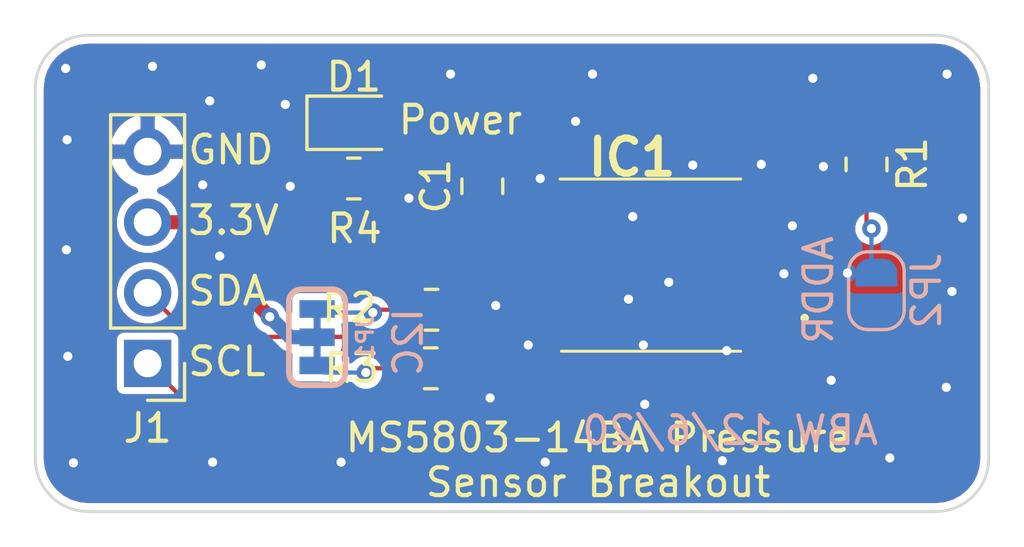
<source format=kicad_pcb>
(kicad_pcb (version 20171130) (host pcbnew "(5.1.8)-1")

  (general
    (thickness 1.6)
    (drawings 17)
    (tracks 90)
    (zones 0)
    (modules 10)
    (nets 11)
  )

  (page A4)
  (layers
    (0 F.Cu signal)
    (31 B.Cu signal)
    (32 B.Adhes user)
    (33 F.Adhes user)
    (34 B.Paste user)
    (35 F.Paste user)
    (36 B.SilkS user)
    (37 F.SilkS user)
    (38 B.Mask user)
    (39 F.Mask user)
    (40 Dwgs.User user)
    (41 Cmts.User user)
    (42 Eco1.User user)
    (43 Eco2.User user)
    (44 Edge.Cuts user)
    (45 Margin user)
    (46 B.CrtYd user)
    (47 F.CrtYd user)
    (48 B.Fab user hide)
    (49 F.Fab user hide)
  )

  (setup
    (last_trace_width 0.508)
    (user_trace_width 0.1524)
    (user_trace_width 0.1778)
    (user_trace_width 0.254)
    (user_trace_width 0.3048)
    (user_trace_width 0.381)
    (user_trace_width 0.508)
    (user_trace_width 0.635)
    (user_trace_width 0.889)
    (user_trace_width 1.016)
    (user_trace_width 1.27)
    (user_trace_width 1.905)
    (user_trace_width 2.54)
    (trace_clearance 0.2)
    (zone_clearance 0.254)
    (zone_45_only no)
    (trace_min 0.1)
    (via_size 0.8)
    (via_drill 0.4)
    (via_min_size 0.4)
    (via_min_drill 0.3)
    (user_via 0.6096 0.3048)
    (user_via 0.6604 0.3302)
    (user_via 0.889 0.381)
    (user_via 1.397 0.635)
    (uvia_size 0.3)
    (uvia_drill 0.1)
    (uvias_allowed no)
    (uvia_min_size 0.2)
    (uvia_min_drill 0.1)
    (edge_width 0.05)
    (segment_width 0.2)
    (pcb_text_width 0.3)
    (pcb_text_size 1.5 1.5)
    (mod_edge_width 0.12)
    (mod_text_size 1 1)
    (mod_text_width 0.15)
    (pad_size 1.524 1.524)
    (pad_drill 0.762)
    (pad_to_mask_clearance 0.051)
    (solder_mask_min_width 0.25)
    (aux_axis_origin 0 0)
    (visible_elements FFFFFF7F)
    (pcbplotparams
      (layerselection 0x010fc_ffffffff)
      (usegerberextensions false)
      (usegerberattributes true)
      (usegerberadvancedattributes true)
      (creategerberjobfile true)
      (excludeedgelayer true)
      (linewidth 0.100000)
      (plotframeref false)
      (viasonmask false)
      (mode 1)
      (useauxorigin false)
      (hpglpennumber 1)
      (hpglpenspeed 20)
      (hpglpendiameter 15.000000)
      (psnegative false)
      (psa4output false)
      (plotreference true)
      (plotvalue true)
      (plotinvisibletext false)
      (padsonsilk false)
      (subtractmaskfromsilk false)
      (outputformat 1)
      (mirror false)
      (drillshape 1)
      (scaleselection 1)
      (outputdirectory ""))
  )

  (net 0 "")
  (net 1 GND)
  (net 2 +3V3)
  (net 3 "Net-(IC1-Pad8)")
  (net 4 /SDA)
  (net 5 "Net-(IC1-Pad4)")
  (net 6 "Net-(IC1-Pad3)")
  (net 7 /SCL)
  (net 8 "Net-(JP1-Pad3)")
  (net 9 "Net-(JP1-Pad1)")
  (net 10 "Net-(D1-Pad2)")

  (net_class Default "This is the default net class."
    (clearance 0.2)
    (trace_width 0.25)
    (via_dia 0.8)
    (via_drill 0.4)
    (uvia_dia 0.3)
    (uvia_drill 0.1)
    (add_net +3V3)
    (add_net /SCL)
    (add_net /SDA)
    (add_net GND)
    (add_net "Net-(D1-Pad2)")
    (add_net "Net-(IC1-Pad3)")
    (add_net "Net-(IC1-Pad4)")
    (add_net "Net-(IC1-Pad8)")
    (add_net "Net-(JP1-Pad1)")
    (add_net "Net-(JP1-Pad3)")
  )

  (module Resistor_SMD:R_0805_2012Metric (layer F.Cu) (tedit 5F68FEEE) (tstamp 5FCCFCF3)
    (at 109.2454 79.4512)
    (descr "Resistor SMD 0805 (2012 Metric), square (rectangular) end terminal, IPC_7351 nominal, (Body size source: IPC-SM-782 page 72, https://www.pcb-3d.com/wordpress/wp-content/uploads/ipc-sm-782a_amendment_1_and_2.pdf), generated with kicad-footprint-generator")
    (tags resistor)
    (path /5FCE9ED4)
    (attr smd)
    (fp_text reference R4 (at 0.0254 1.8034) (layer F.SilkS)
      (effects (font (size 1 1) (thickness 0.15)))
    )
    (fp_text value 330 (at 0 1.65) (layer F.Fab)
      (effects (font (size 1 1) (thickness 0.15)))
    )
    (fp_text user %R (at 0 0) (layer F.Fab)
      (effects (font (size 0.5 0.5) (thickness 0.08)))
    )
    (fp_line (start -1 0.625) (end -1 -0.625) (layer F.Fab) (width 0.1))
    (fp_line (start -1 -0.625) (end 1 -0.625) (layer F.Fab) (width 0.1))
    (fp_line (start 1 -0.625) (end 1 0.625) (layer F.Fab) (width 0.1))
    (fp_line (start 1 0.625) (end -1 0.625) (layer F.Fab) (width 0.1))
    (fp_line (start -0.227064 -0.735) (end 0.227064 -0.735) (layer F.SilkS) (width 0.12))
    (fp_line (start -0.227064 0.735) (end 0.227064 0.735) (layer F.SilkS) (width 0.12))
    (fp_line (start -1.68 0.95) (end -1.68 -0.95) (layer F.CrtYd) (width 0.05))
    (fp_line (start -1.68 -0.95) (end 1.68 -0.95) (layer F.CrtYd) (width 0.05))
    (fp_line (start 1.68 -0.95) (end 1.68 0.95) (layer F.CrtYd) (width 0.05))
    (fp_line (start 1.68 0.95) (end -1.68 0.95) (layer F.CrtYd) (width 0.05))
    (pad 2 smd roundrect (at 0.9125 0) (size 1.025 1.4) (layers F.Cu F.Paste F.Mask) (roundrect_rratio 0.243902)
      (net 10 "Net-(D1-Pad2)"))
    (pad 1 smd roundrect (at -0.9125 0) (size 1.025 1.4) (layers F.Cu F.Paste F.Mask) (roundrect_rratio 0.243902)
      (net 2 +3V3))
    (model ${KISYS3DMOD}/Resistor_SMD.3dshapes/R_0805_2012Metric.wrl
      (at (xyz 0 0 0))
      (scale (xyz 1 1 1))
      (rotate (xyz 0 0 0))
    )
  )

  (module LED_SMD:LED_0805_2012Metric (layer F.Cu) (tedit 5F68FEF1) (tstamp 5FCCFBCC)
    (at 109.2454 77.4446)
    (descr "LED SMD 0805 (2012 Metric), square (rectangular) end terminal, IPC_7351 nominal, (Body size source: https://docs.google.com/spreadsheets/d/1BsfQQcO9C6DZCsRaXUlFlo91Tg2WpOkGARC1WS5S8t0/edit?usp=sharing), generated with kicad-footprint-generator")
    (tags LED)
    (path /5FCE977D)
    (attr smd)
    (fp_text reference D1 (at 0 -1.65) (layer F.SilkS)
      (effects (font (size 1 1) (thickness 0.15)))
    )
    (fp_text value POWER (at 0 1.65) (layer F.Fab)
      (effects (font (size 1 1) (thickness 0.15)))
    )
    (fp_text user %R (at 0 0) (layer F.Fab)
      (effects (font (size 0.5 0.5) (thickness 0.08)))
    )
    (fp_line (start 1 -0.6) (end -0.7 -0.6) (layer F.Fab) (width 0.1))
    (fp_line (start -0.7 -0.6) (end -1 -0.3) (layer F.Fab) (width 0.1))
    (fp_line (start -1 -0.3) (end -1 0.6) (layer F.Fab) (width 0.1))
    (fp_line (start -1 0.6) (end 1 0.6) (layer F.Fab) (width 0.1))
    (fp_line (start 1 0.6) (end 1 -0.6) (layer F.Fab) (width 0.1))
    (fp_line (start 1 -0.96) (end -1.685 -0.96) (layer F.SilkS) (width 0.12))
    (fp_line (start -1.685 -0.96) (end -1.685 0.96) (layer F.SilkS) (width 0.12))
    (fp_line (start -1.685 0.96) (end 1 0.96) (layer F.SilkS) (width 0.12))
    (fp_line (start -1.68 0.95) (end -1.68 -0.95) (layer F.CrtYd) (width 0.05))
    (fp_line (start -1.68 -0.95) (end 1.68 -0.95) (layer F.CrtYd) (width 0.05))
    (fp_line (start 1.68 -0.95) (end 1.68 0.95) (layer F.CrtYd) (width 0.05))
    (fp_line (start 1.68 0.95) (end -1.68 0.95) (layer F.CrtYd) (width 0.05))
    (pad 2 smd roundrect (at 0.9375 0) (size 0.975 1.4) (layers F.Cu F.Paste F.Mask) (roundrect_rratio 0.25)
      (net 10 "Net-(D1-Pad2)"))
    (pad 1 smd roundrect (at -0.9375 0) (size 0.975 1.4) (layers F.Cu F.Paste F.Mask) (roundrect_rratio 0.25)
      (net 1 GND))
    (model ${KISYS3DMOD}/LED_SMD.3dshapes/LED_0805_2012Metric.wrl
      (at (xyz 0 0 0))
      (scale (xyz 1 1 1))
      (rotate (xyz 0 0 0))
    )
  )

  (module Connector_PinHeader_2.54mm:PinHeader_1x04_P2.54mm_Vertical (layer F.Cu) (tedit 59FED5CC) (tstamp 5FCCF258)
    (at 101.8286 86.106 180)
    (descr "Through hole straight pin header, 1x04, 2.54mm pitch, single row")
    (tags "Through hole pin header THT 1x04 2.54mm single row")
    (path /5FCE01B8)
    (fp_text reference J1 (at 0 -2.33) (layer F.SilkS)
      (effects (font (size 1 1) (thickness 0.15)))
    )
    (fp_text value Conn_01x04 (at 0 9.95) (layer F.Fab)
      (effects (font (size 1 1) (thickness 0.15)))
    )
    (fp_text user %R (at 0 3.81 90) (layer F.Fab)
      (effects (font (size 1 1) (thickness 0.15)))
    )
    (fp_line (start -0.635 -1.27) (end 1.27 -1.27) (layer F.Fab) (width 0.1))
    (fp_line (start 1.27 -1.27) (end 1.27 8.89) (layer F.Fab) (width 0.1))
    (fp_line (start 1.27 8.89) (end -1.27 8.89) (layer F.Fab) (width 0.1))
    (fp_line (start -1.27 8.89) (end -1.27 -0.635) (layer F.Fab) (width 0.1))
    (fp_line (start -1.27 -0.635) (end -0.635 -1.27) (layer F.Fab) (width 0.1))
    (fp_line (start -1.33 8.95) (end 1.33 8.95) (layer F.SilkS) (width 0.12))
    (fp_line (start -1.33 1.27) (end -1.33 8.95) (layer F.SilkS) (width 0.12))
    (fp_line (start 1.33 1.27) (end 1.33 8.95) (layer F.SilkS) (width 0.12))
    (fp_line (start -1.33 1.27) (end 1.33 1.27) (layer F.SilkS) (width 0.12))
    (fp_line (start -1.33 0) (end -1.33 -1.33) (layer F.SilkS) (width 0.12))
    (fp_line (start -1.33 -1.33) (end 0 -1.33) (layer F.SilkS) (width 0.12))
    (fp_line (start -1.8 -1.8) (end -1.8 9.4) (layer F.CrtYd) (width 0.05))
    (fp_line (start -1.8 9.4) (end 1.8 9.4) (layer F.CrtYd) (width 0.05))
    (fp_line (start 1.8 9.4) (end 1.8 -1.8) (layer F.CrtYd) (width 0.05))
    (fp_line (start 1.8 -1.8) (end -1.8 -1.8) (layer F.CrtYd) (width 0.05))
    (pad 4 thru_hole oval (at 0 7.62 180) (size 1.7 1.7) (drill 1) (layers *.Cu *.Mask)
      (net 1 GND))
    (pad 3 thru_hole oval (at 0 5.08 180) (size 1.7 1.7) (drill 1) (layers *.Cu *.Mask)
      (net 2 +3V3))
    (pad 2 thru_hole oval (at 0 2.54 180) (size 1.7 1.7) (drill 1) (layers *.Cu *.Mask)
      (net 4 /SDA))
    (pad 1 thru_hole rect (at 0 0 180) (size 1.7 1.7) (drill 1) (layers *.Cu *.Mask)
      (net 7 /SCL))
    (model ${KISYS3DMOD}/Connector_PinHeader_2.54mm.3dshapes/PinHeader_1x04_P2.54mm_Vertical.wrl
      (offset (xyz 0 0 -1.5))
      (scale (xyz 1 1 1))
      (rotate (xyz 0 180 0))
    )
  )

  (module Resistor_SMD:R_0805_2012Metric (layer F.Cu) (tedit 5F68FEEE) (tstamp 5FCCEDD4)
    (at 112.014 86.2838)
    (descr "Resistor SMD 0805 (2012 Metric), square (rectangular) end terminal, IPC_7351 nominal, (Body size source: IPC-SM-782 page 72, https://www.pcb-3d.com/wordpress/wp-content/uploads/ipc-sm-782a_amendment_1_and_2.pdf), generated with kicad-footprint-generator")
    (tags resistor)
    (path /5FCD96E0)
    (attr smd)
    (fp_text reference R3 (at -2.8448 0) (layer F.SilkS)
      (effects (font (size 1 1) (thickness 0.15)))
    )
    (fp_text value 2.2k (at 0 1.65) (layer F.Fab)
      (effects (font (size 1 1) (thickness 0.15)))
    )
    (fp_text user %R (at 0 0) (layer F.Fab)
      (effects (font (size 0.5 0.5) (thickness 0.08)))
    )
    (fp_line (start -1 0.625) (end -1 -0.625) (layer F.Fab) (width 0.1))
    (fp_line (start -1 -0.625) (end 1 -0.625) (layer F.Fab) (width 0.1))
    (fp_line (start 1 -0.625) (end 1 0.625) (layer F.Fab) (width 0.1))
    (fp_line (start 1 0.625) (end -1 0.625) (layer F.Fab) (width 0.1))
    (fp_line (start -0.227064 -0.735) (end 0.227064 -0.735) (layer F.SilkS) (width 0.12))
    (fp_line (start -0.227064 0.735) (end 0.227064 0.735) (layer F.SilkS) (width 0.12))
    (fp_line (start -1.68 0.95) (end -1.68 -0.95) (layer F.CrtYd) (width 0.05))
    (fp_line (start -1.68 -0.95) (end 1.68 -0.95) (layer F.CrtYd) (width 0.05))
    (fp_line (start 1.68 -0.95) (end 1.68 0.95) (layer F.CrtYd) (width 0.05))
    (fp_line (start 1.68 0.95) (end -1.68 0.95) (layer F.CrtYd) (width 0.05))
    (pad 2 smd roundrect (at 0.9125 0) (size 1.025 1.4) (layers F.Cu F.Paste F.Mask) (roundrect_rratio 0.243902)
      (net 7 /SCL))
    (pad 1 smd roundrect (at -0.9125 0) (size 1.025 1.4) (layers F.Cu F.Paste F.Mask) (roundrect_rratio 0.243902)
      (net 9 "Net-(JP1-Pad1)"))
    (model ${KISYS3DMOD}/Resistor_SMD.3dshapes/R_0805_2012Metric.wrl
      (at (xyz 0 0 0))
      (scale (xyz 1 1 1))
      (rotate (xyz 0 0 0))
    )
  )

  (module Resistor_SMD:R_0805_2012Metric (layer F.Cu) (tedit 5F68FEEE) (tstamp 5FCCEDC3)
    (at 112.0394 84.1756)
    (descr "Resistor SMD 0805 (2012 Metric), square (rectangular) end terminal, IPC_7351 nominal, (Body size source: IPC-SM-782 page 72, https://www.pcb-3d.com/wordpress/wp-content/uploads/ipc-sm-782a_amendment_1_and_2.pdf), generated with kicad-footprint-generator")
    (tags resistor)
    (path /5FCD0373)
    (attr smd)
    (fp_text reference R2 (at -2.9464 -0.0675) (layer F.SilkS)
      (effects (font (size 1 1) (thickness 0.15)))
    )
    (fp_text value 2.2k (at 0 1.65) (layer F.Fab)
      (effects (font (size 1 1) (thickness 0.15)))
    )
    (fp_text user %R (at 0 0) (layer F.Fab)
      (effects (font (size 0.5 0.5) (thickness 0.08)))
    )
    (fp_line (start -1 0.625) (end -1 -0.625) (layer F.Fab) (width 0.1))
    (fp_line (start -1 -0.625) (end 1 -0.625) (layer F.Fab) (width 0.1))
    (fp_line (start 1 -0.625) (end 1 0.625) (layer F.Fab) (width 0.1))
    (fp_line (start 1 0.625) (end -1 0.625) (layer F.Fab) (width 0.1))
    (fp_line (start -0.227064 -0.735) (end 0.227064 -0.735) (layer F.SilkS) (width 0.12))
    (fp_line (start -0.227064 0.735) (end 0.227064 0.735) (layer F.SilkS) (width 0.12))
    (fp_line (start -1.68 0.95) (end -1.68 -0.95) (layer F.CrtYd) (width 0.05))
    (fp_line (start -1.68 -0.95) (end 1.68 -0.95) (layer F.CrtYd) (width 0.05))
    (fp_line (start 1.68 -0.95) (end 1.68 0.95) (layer F.CrtYd) (width 0.05))
    (fp_line (start 1.68 0.95) (end -1.68 0.95) (layer F.CrtYd) (width 0.05))
    (pad 2 smd roundrect (at 0.9125 0) (size 1.025 1.4) (layers F.Cu F.Paste F.Mask) (roundrect_rratio 0.243902)
      (net 4 /SDA))
    (pad 1 smd roundrect (at -0.9125 0) (size 1.025 1.4) (layers F.Cu F.Paste F.Mask) (roundrect_rratio 0.243902)
      (net 8 "Net-(JP1-Pad3)"))
    (model ${KISYS3DMOD}/Resistor_SMD.3dshapes/R_0805_2012Metric.wrl
      (at (xyz 0 0 0))
      (scale (xyz 1 1 1))
      (rotate (xyz 0 0 0))
    )
  )

  (module Resistor_SMD:R_0805_2012Metric (layer F.Cu) (tedit 5F68FEEE) (tstamp 5FCCEDB2)
    (at 127.6858 78.9432 270)
    (descr "Resistor SMD 0805 (2012 Metric), square (rectangular) end terminal, IPC_7351 nominal, (Body size source: IPC-SM-782 page 72, https://www.pcb-3d.com/wordpress/wp-content/uploads/ipc-sm-782a_amendment_1_and_2.pdf), generated with kicad-footprint-generator")
    (tags resistor)
    (path /5FCD4353)
    (attr smd)
    (fp_text reference R1 (at 0 -1.65 90) (layer F.SilkS)
      (effects (font (size 1 1) (thickness 0.15)))
    )
    (fp_text value 100k (at 0 1.65 90) (layer F.Fab)
      (effects (font (size 1 1) (thickness 0.15)))
    )
    (fp_text user %R (at 0 0 90) (layer F.Fab)
      (effects (font (size 0.5 0.5) (thickness 0.08)))
    )
    (fp_line (start -1 0.625) (end -1 -0.625) (layer F.Fab) (width 0.1))
    (fp_line (start -1 -0.625) (end 1 -0.625) (layer F.Fab) (width 0.1))
    (fp_line (start 1 -0.625) (end 1 0.625) (layer F.Fab) (width 0.1))
    (fp_line (start 1 0.625) (end -1 0.625) (layer F.Fab) (width 0.1))
    (fp_line (start -0.227064 -0.735) (end 0.227064 -0.735) (layer F.SilkS) (width 0.12))
    (fp_line (start -0.227064 0.735) (end 0.227064 0.735) (layer F.SilkS) (width 0.12))
    (fp_line (start -1.68 0.95) (end -1.68 -0.95) (layer F.CrtYd) (width 0.05))
    (fp_line (start -1.68 -0.95) (end 1.68 -0.95) (layer F.CrtYd) (width 0.05))
    (fp_line (start 1.68 -0.95) (end 1.68 0.95) (layer F.CrtYd) (width 0.05))
    (fp_line (start 1.68 0.95) (end -1.68 0.95) (layer F.CrtYd) (width 0.05))
    (pad 2 smd roundrect (at 0.9125 0 270) (size 1.025 1.4) (layers F.Cu F.Paste F.Mask) (roundrect_rratio 0.243902)
      (net 6 "Net-(IC1-Pad3)"))
    (pad 1 smd roundrect (at -0.9125 0 270) (size 1.025 1.4) (layers F.Cu F.Paste F.Mask) (roundrect_rratio 0.243902)
      (net 2 +3V3))
    (model ${KISYS3DMOD}/Resistor_SMD.3dshapes/R_0805_2012Metric.wrl
      (at (xyz 0 0 0))
      (scale (xyz 1 1 1))
      (rotate (xyz 0 0 0))
    )
  )

  (module Jumper:SolderJumper-2_P1.3mm_Open_RoundedPad1.0x1.5mm (layer B.Cu) (tedit 5B391E66) (tstamp 5FCCEDA1)
    (at 128.0414 83.4898 90)
    (descr "SMD Solder Jumper, 1x1.5mm, rounded Pads, 0.3mm gap, open")
    (tags "solder jumper open")
    (path /5FCD1D5F)
    (attr virtual)
    (fp_text reference JP2 (at 0 1.8 90) (layer B.SilkS)
      (effects (font (size 1 1) (thickness 0.15)) (justify mirror))
    )
    (fp_text value ADDR (at 0 -1.9 90) (layer B.Fab)
      (effects (font (size 1 1) (thickness 0.15)) (justify mirror))
    )
    (fp_arc (start -0.7 0.3) (end -0.7 1) (angle 90) (layer B.SilkS) (width 0.12))
    (fp_arc (start -0.7 -0.3) (end -1.4 -0.3) (angle 90) (layer B.SilkS) (width 0.12))
    (fp_arc (start 0.7 -0.3) (end 0.7 -1) (angle 90) (layer B.SilkS) (width 0.12))
    (fp_arc (start 0.7 0.3) (end 1.4 0.3) (angle 90) (layer B.SilkS) (width 0.12))
    (fp_line (start -1.4 -0.3) (end -1.4 0.3) (layer B.SilkS) (width 0.12))
    (fp_line (start 0.7 -1) (end -0.7 -1) (layer B.SilkS) (width 0.12))
    (fp_line (start 1.4 0.3) (end 1.4 -0.3) (layer B.SilkS) (width 0.12))
    (fp_line (start -0.7 1) (end 0.7 1) (layer B.SilkS) (width 0.12))
    (fp_line (start -1.65 1.25) (end 1.65 1.25) (layer B.CrtYd) (width 0.05))
    (fp_line (start -1.65 1.25) (end -1.65 -1.25) (layer B.CrtYd) (width 0.05))
    (fp_line (start 1.65 -1.25) (end 1.65 1.25) (layer B.CrtYd) (width 0.05))
    (fp_line (start 1.65 -1.25) (end -1.65 -1.25) (layer B.CrtYd) (width 0.05))
    (pad 2 smd custom (at 0.65 0 90) (size 1 0.5) (layers B.Cu B.Mask)
      (net 6 "Net-(IC1-Pad3)") (zone_connect 2)
      (options (clearance outline) (anchor rect))
      (primitives
        (gr_circle (center 0 -0.25) (end 0.5 -0.25) (width 0))
        (gr_circle (center 0 0.25) (end 0.5 0.25) (width 0))
        (gr_poly (pts
           (xy 0 0.75) (xy -0.5 0.75) (xy -0.5 -0.75) (xy 0 -0.75)) (width 0))
      ))
    (pad 1 smd custom (at -0.65 0 90) (size 1 0.5) (layers B.Cu B.Mask)
      (net 1 GND) (zone_connect 2)
      (options (clearance outline) (anchor rect))
      (primitives
        (gr_circle (center 0 -0.25) (end 0.5 -0.25) (width 0))
        (gr_circle (center 0 0.25) (end 0.5 0.25) (width 0))
        (gr_poly (pts
           (xy 0 0.75) (xy 0.5 0.75) (xy 0.5 -0.75) (xy 0 -0.75)) (width 0))
      ))
  )

  (module Jumper:SMT-JUMPER_3_2-NC_TRACE_SILK (layer B.Cu) (tedit 0) (tstamp 5FCCED8F)
    (at 107.9246 85.1662 90)
    (path /5FCD0CE9)
    (fp_text reference JP1 (at -0.0244 2.0682 270) (layer B.SilkS)
      (effects (font (size 0.57912 0.57912) (thickness 0.115824)) (justify bottom mirror))
    )
    (fp_text value "I2C Jumper" (at 0 -1.143 270) (layer B.Fab)
      (effects (font (size 0.57912 0.57912) (thickness 0.115824)) (justify top mirror))
    )
    (fp_arc (start 1.27 -0.5588) (end 1.27 -1.016) (angle 90) (layer B.SilkS) (width 0.2032))
    (fp_arc (start -1.27 -0.5588) (end -1.7272 -0.5588) (angle 90) (layer B.SilkS) (width 0.2032))
    (fp_arc (start -1.27 0.5588) (end -1.7272 0.5588) (angle -90) (layer B.SilkS) (width 0.2032))
    (fp_arc (start 1.27 0.5588) (end 1.27 1.016) (angle -90) (layer B.SilkS) (width 0.2032))
    (fp_line (start 1.27 -1.016) (end -1.27 -1.016) (layer B.SilkS) (width 0.2032))
    (fp_line (start 1.7272 -0.5588) (end 1.7272 0.5588) (layer B.SilkS) (width 0.2032))
    (fp_line (start -1.7272 -0.5588) (end -1.7272 0.5588) (layer B.SilkS) (width 0.2032))
    (fp_line (start -1.27 1.016) (end 1.27 1.016) (layer B.SilkS) (width 0.2032))
    (fp_poly (pts (xy -0.6985 0.127) (xy 0.6985 0.127) (xy 0.6985 -0.127) (xy -0.6985 -0.127)) (layer B.Mask) (width 0))
    (fp_poly (pts (xy 0.3048 -0.127) (xy 0.7112 -0.127) (xy 0.7112 0.127) (xy 0.3048 0.127)) (layer B.Cu) (width 0))
    (fp_poly (pts (xy -0.7112 -0.127) (xy -0.3048 -0.127) (xy -0.3048 0.127) (xy -0.7112 0.127)) (layer B.Cu) (width 0))
    (pad 3 smd rect (at 1.016 0 90) (size 0.635 1.27) (layers B.Cu B.Mask)
      (net 8 "Net-(JP1-Pad3)") (solder_mask_margin 0.1016))
    (pad 2 smd rect (at 0 0 90) (size 0.635 1.27) (layers B.Cu B.Mask)
      (net 2 +3V3) (solder_mask_margin 0.1016))
    (pad 1 smd rect (at -1.016 0 90) (size 0.635 1.27) (layers B.Cu B.Mask)
      (net 9 "Net-(JP1-Pad1)") (solder_mask_margin 0.1016))
  )

  (module SamacSys_Parts:MS580314BA0100 (layer F.Cu) (tedit 0) (tstamp 5FCCED7D)
    (at 119.911 82.5708)
    (descr MS580314BA01-00-3)
    (tags "Integrated Circuit")
    (path /5FCCEB25)
    (attr smd)
    (fp_text reference IC1 (at -0.658 -3.8816) (layer F.SilkS)
      (effects (font (size 1.27 1.27) (thickness 0.254)))
    )
    (fp_text value MS580314BA01-00 (at 0.9 0) (layer F.SilkS) hide
      (effects (font (size 1.27 1.27) (thickness 0.254)))
    )
    (fp_arc (start 5.55 1.9) (end 5.5 1.9) (angle -180) (layer F.SilkS) (width 0.2))
    (fp_arc (start 5.55 1.9) (end 5.6 1.9) (angle -180) (layer F.SilkS) (width 0.2))
    (fp_arc (start 5.55 1.9) (end 5.5 1.9) (angle -180) (layer F.SilkS) (width 0.2))
    (fp_text user %R (at 0.9 0) (layer F.Fab)
      (effects (font (size 1.27 1.27) (thickness 0.254)))
    )
    (fp_line (start -3.2 -3.1) (end 3.2 -3.1) (layer F.Fab) (width 0.2))
    (fp_line (start 3.2 -3.1) (end 3.2 3.1) (layer F.Fab) (width 0.2))
    (fp_line (start 3.2 3.1) (end -3.2 3.1) (layer F.Fab) (width 0.2))
    (fp_line (start -3.2 3.1) (end -3.2 -3.1) (layer F.Fab) (width 0.2))
    (fp_line (start -3.25 -3.1) (end 3.25 -3.1) (layer F.SilkS) (width 0.1))
    (fp_line (start 3.25 -3.1) (end 3.25 -3.1) (layer F.SilkS) (width 0.1))
    (fp_line (start 3.25 -3.1) (end -3.25 -3.1) (layer F.SilkS) (width 0.1))
    (fp_line (start -3.25 -3.1) (end -3.25 -3.1) (layer F.SilkS) (width 0.1))
    (fp_line (start -3.2 3.1) (end 3.25 3.1) (layer F.SilkS) (width 0.1))
    (fp_line (start 3.25 3.1) (end 3.25 3.1) (layer F.SilkS) (width 0.1))
    (fp_line (start 3.25 3.1) (end -3.2 3.1) (layer F.SilkS) (width 0.1))
    (fp_line (start -3.2 3.1) (end -3.2 3.1) (layer F.SilkS) (width 0.1))
    (fp_line (start -4.8 -4.1) (end 6.6 -4.1) (layer F.CrtYd) (width 0.1))
    (fp_line (start 6.6 -4.1) (end 6.6 4.1) (layer F.CrtYd) (width 0.1))
    (fp_line (start 6.6 4.1) (end -4.8 4.1) (layer F.CrtYd) (width 0.1))
    (fp_line (start -4.8 4.1) (end -4.8 -4.1) (layer F.CrtYd) (width 0.1))
    (fp_line (start 5.5 1.9) (end 5.5 1.9) (layer F.SilkS) (width 0.2))
    (fp_line (start 5.6 1.9) (end 5.6 1.9) (layer F.SilkS) (width 0.2))
    (fp_line (start 5.5 1.9) (end 5.5 1.9) (layer F.SilkS) (width 0.2))
    (pad 8 smd rect (at -2.675 1.9 90) (size 0.9 2.25) (layers F.Cu F.Paste F.Mask)
      (net 3 "Net-(IC1-Pad8)"))
    (pad 7 smd rect (at -2.675 0.65 90) (size 0.9 2.25) (layers F.Cu F.Paste F.Mask)
      (net 4 /SDA))
    (pad 6 smd rect (at -2.675 -0.65 90) (size 0.9 2.25) (layers F.Cu F.Paste F.Mask)
      (net 2 +3V3))
    (pad 5 smd rect (at -2.675 -1.9 90) (size 0.9 2.25) (layers F.Cu F.Paste F.Mask)
      (net 2 +3V3))
    (pad 4 smd rect (at 2.675 -1.9 90) (size 0.9 2.25) (layers F.Cu F.Paste F.Mask)
      (net 5 "Net-(IC1-Pad4)"))
    (pad 3 smd rect (at 2.4 -0.65 90) (size 0.9 2.8) (layers F.Cu F.Paste F.Mask)
      (net 6 "Net-(IC1-Pad3)"))
    (pad 2 smd rect (at 2.675 0.65 90) (size 0.9 2.25) (layers F.Cu F.Paste F.Mask)
      (net 1 GND))
    (pad 1 smd rect (at 2.675 1.9 90) (size 0.9 2.25) (layers F.Cu F.Paste F.Mask)
      (net 7 /SCL))
    (model "D:\\AveryW\\Assorted Programs\\KiCad\\SamacSys_Parts.3dshapes\\MS580314BA01-00.stp"
      (offset (xyz 0 0 3))
      (scale (xyz 1 1 1))
      (rotate (xyz 0 0 0))
    )
  )

  (module Capacitor_SMD:C_0805_2012Metric (layer F.Cu) (tedit 5F68FEEE) (tstamp 5FCCED5A)
    (at 113.8682 79.7306 90)
    (descr "Capacitor SMD 0805 (2012 Metric), square (rectangular) end terminal, IPC_7351 nominal, (Body size source: IPC-SM-782 page 76, https://www.pcb-3d.com/wordpress/wp-content/uploads/ipc-sm-782a_amendment_1_and_2.pdf, https://docs.google.com/spreadsheets/d/1BsfQQcO9C6DZCsRaXUlFlo91Tg2WpOkGARC1WS5S8t0/edit?usp=sharing), generated with kicad-footprint-generator")
    (tags capacitor)
    (path /5FCCFFB8)
    (attr smd)
    (fp_text reference C1 (at 0 -1.68 90) (layer F.SilkS)
      (effects (font (size 1 1) (thickness 0.15)))
    )
    (fp_text value 0.1uF (at 0 1.68 90) (layer F.Fab)
      (effects (font (size 1 1) (thickness 0.15)))
    )
    (fp_text user %R (at 0 0 90) (layer F.Fab)
      (effects (font (size 0.5 0.5) (thickness 0.08)))
    )
    (fp_line (start -1 0.625) (end -1 -0.625) (layer F.Fab) (width 0.1))
    (fp_line (start -1 -0.625) (end 1 -0.625) (layer F.Fab) (width 0.1))
    (fp_line (start 1 -0.625) (end 1 0.625) (layer F.Fab) (width 0.1))
    (fp_line (start 1 0.625) (end -1 0.625) (layer F.Fab) (width 0.1))
    (fp_line (start -0.261252 -0.735) (end 0.261252 -0.735) (layer F.SilkS) (width 0.12))
    (fp_line (start -0.261252 0.735) (end 0.261252 0.735) (layer F.SilkS) (width 0.12))
    (fp_line (start -1.7 0.98) (end -1.7 -0.98) (layer F.CrtYd) (width 0.05))
    (fp_line (start -1.7 -0.98) (end 1.7 -0.98) (layer F.CrtYd) (width 0.05))
    (fp_line (start 1.7 -0.98) (end 1.7 0.98) (layer F.CrtYd) (width 0.05))
    (fp_line (start 1.7 0.98) (end -1.7 0.98) (layer F.CrtYd) (width 0.05))
    (pad 2 smd roundrect (at 0.95 0 90) (size 1 1.45) (layers F.Cu F.Paste F.Mask) (roundrect_rratio 0.25)
      (net 1 GND))
    (pad 1 smd roundrect (at -0.95 0 90) (size 1 1.45) (layers F.Cu F.Paste F.Mask) (roundrect_rratio 0.25)
      (net 2 +3V3))
    (model ${KISYS3DMOD}/Capacitor_SMD.3dshapes/C_0805_2012Metric.wrl
      (at (xyz 0 0 0))
      (scale (xyz 1 1 1))
      (rotate (xyz 0 0 0))
    )
  )

  (gr_text "ABW 12/6/20" (at 122.7836 88.519) (layer B.SilkS)
    (effects (font (size 1 1) (thickness 0.15)) (justify mirror))
  )
  (gr_text "MS5803-14BA Pressure\nSensor Breakout" (at 118.0338 89.5858) (layer F.SilkS)
    (effects (font (size 1 1) (thickness 0.15)))
  )
  (gr_text Power (at 113.0808 77.343) (layer F.SilkS)
    (effects (font (size 1 1) (thickness 0.15)))
  )
  (gr_text SCL (at 104.682943 86.0385) (layer F.SilkS)
    (effects (font (size 1 1) (thickness 0.15)))
  )
  (gr_text SDA (at 104.706753 83.4985) (layer F.SilkS)
    (effects (font (size 1 1) (thickness 0.15)))
  )
  (gr_text 3.3V (at 104.921038 80.9585) (layer F.SilkS)
    (effects (font (size 1 1) (thickness 0.15)))
  )
  (gr_text GND (at 104.8258 78.4185) (layer F.SilkS)
    (effects (font (size 1 1) (thickness 0.15)))
  )
  (gr_text ADDR (at 125.9586 83.4644 90) (layer B.SilkS)
    (effects (font (size 1 1) (thickness 0.15)) (justify mirror))
  )
  (gr_text I2C (at 111.2012 85.344 90) (layer B.SilkS)
    (effects (font (size 1 1) (thickness 0.15)) (justify mirror))
  )
  (gr_arc (start 99.695 89.535) (end 97.79 89.535) (angle -90) (layer Edge.Cuts) (width 0.1) (tstamp 5FCCF74E))
  (gr_arc (start 130.175 89.535) (end 130.175 91.44) (angle -90) (layer Edge.Cuts) (width 0.1) (tstamp 5FCCF74E))
  (gr_arc (start 130.175 76.2) (end 132.08 76.2) (angle -90) (layer Edge.Cuts) (width 0.1) (tstamp 5FCCF74E))
  (gr_arc (start 99.695 76.2) (end 99.695 74.295) (angle -90) (layer Edge.Cuts) (width 0.1))
  (gr_line (start 132.08 76.2) (end 132.08 89.535) (layer Edge.Cuts) (width 0.1))
  (gr_line (start 99.695 74.295) (end 130.175 74.295) (layer Edge.Cuts) (width 0.1))
  (gr_line (start 97.79 89.535) (end 97.79 76.2) (layer Edge.Cuts) (width 0.1))
  (gr_line (start 130.175 91.44) (end 99.695 91.44) (layer Edge.Cuts) (width 0.1))

  (via (at 104.4194 82.2452) (size 0.6604) (drill 0.3302) (layers F.Cu B.Cu) (net 1))
  (via (at 103.8098 79.6798) (size 0.6604) (drill 0.3302) (layers F.Cu B.Cu) (net 1))
  (via (at 106.9594 79.7306) (size 0.6604) (drill 0.3302) (layers F.Cu B.Cu) (net 1))
  (via (at 106.7816 76.7842) (size 0.6604) (drill 0.3302) (layers F.Cu B.Cu) (net 1))
  (via (at 104.0638 76.6572) (size 0.6604) (drill 0.3302) (layers F.Cu B.Cu) (net 1))
  (via (at 98.8822 75.4888) (size 0.6604) (drill 0.3302) (layers F.Cu B.Cu) (net 1))
  (via (at 98.933 78.0542) (size 0.6604) (drill 0.3302) (layers F.Cu B.Cu) (net 1))
  (via (at 98.9076 82.0166) (size 0.6604) (drill 0.3302) (layers F.Cu B.Cu) (net 1))
  (via (at 98.9584 85.852) (size 0.6604) (drill 0.3302) (layers F.Cu B.Cu) (net 1))
  (via (at 99.1616 89.6874) (size 0.6604) (drill 0.3302) (layers F.Cu B.Cu) (net 1))
  (via (at 104.1654 89.662) (size 0.6604) (drill 0.3302) (layers F.Cu B.Cu) (net 1))
  (via (at 108.7882 89.662) (size 0.6604) (drill 0.3302) (layers F.Cu B.Cu) (net 1))
  (via (at 116.1288 89.662) (size 0.6604) (drill 0.3302) (layers F.Cu B.Cu) (net 1))
  (via (at 122.5042 89.6112) (size 0.6604) (drill 0.3302) (layers F.Cu B.Cu) (net 1))
  (via (at 128.524 89.5096) (size 0.6604) (drill 0.3302) (layers F.Cu B.Cu) (net 1))
  (via (at 130.556 86.9696) (size 0.6604) (drill 0.3302) (layers F.Cu B.Cu) (net 1))
  (via (at 130.7592 83.5152) (size 0.6604) (drill 0.3302) (layers F.Cu B.Cu) (net 1))
  (via (at 131.1402 80.8736) (size 0.6604) (drill 0.3302) (layers F.Cu B.Cu) (net 1))
  (via (at 130.5814 75.692) (size 0.6604) (drill 0.3302) (layers F.Cu B.Cu) (net 1))
  (via (at 125.7554 75.8444) (size 0.6604) (drill 0.3302) (layers F.Cu B.Cu) (net 1))
  (via (at 117.8306 75.692) (size 0.6604) (drill 0.3302) (layers F.Cu B.Cu) (net 1))
  (via (at 112.7252 75.692) (size 0.6604) (drill 0.3302) (layers F.Cu B.Cu) (net 1))
  (via (at 105.918 75.3618) (size 0.6604) (drill 0.3302) (layers F.Cu B.Cu) (net 1))
  (via (at 102.0064 75.4126) (size 0.6604) (drill 0.3302) (layers F.Cu B.Cu) (net 1))
  (via (at 115.951 79.4512) (size 0.6604) (drill 0.3302) (layers F.Cu B.Cu) (net 1))
  (via (at 117.221 77.3938) (size 0.6604) (drill 0.3302) (layers F.Cu B.Cu) (net 1))
  (via (at 111.2266 80.1624) (size 0.6604) (drill 0.3302) (layers F.Cu B.Cu) (net 1))
  (via (at 114.3508 84.0232) (size 0.6604) (drill 0.3302) (layers F.Cu B.Cu) (net 1))
  (via (at 115.5192 85.4456) (size 0.6604) (drill 0.3302) (layers F.Cu B.Cu) (net 1))
  (via (at 119.6594 85.4456) (size 0.6604) (drill 0.3302) (layers F.Cu B.Cu) (net 1))
  (via (at 119.126 83.7946) (size 0.6604) (drill 0.3302) (layers F.Cu B.Cu) (net 1))
  (via (at 119.2784 80.8228) (size 0.6604) (drill 0.3302) (layers F.Cu B.Cu) (net 1))
  (via (at 121.4374 78.9686) (size 0.6604) (drill 0.3302) (layers F.Cu B.Cu) (net 1))
  (via (at 126.1364 79.0194) (size 0.6604) (drill 0.3302) (layers F.Cu B.Cu) (net 1))
  (via (at 125.0188 81.153) (size 0.6604) (drill 0.3302) (layers F.Cu B.Cu) (net 1))
  (via (at 123.9012 78.9432) (size 0.6604) (drill 0.3302) (layers F.Cu B.Cu) (net 1))
  (via (at 124.714 82.8802) (size 0.6604) (drill 0.3302) (layers F.Cu B.Cu) (net 1))
  (via (at 127 82.8548) (size 0.6604) (drill 0.3302) (layers F.Cu B.Cu) (net 1))
  (via (at 122.6566 85.6488) (size 0.6604) (drill 0.3302) (layers F.Cu B.Cu) (net 1))
  (via (at 114.1476 87.3506) (size 0.6604) (drill 0.3302) (layers F.Cu B.Cu) (net 1))
  (via (at 119.7102 87.5792) (size 0.6604) (drill 0.3302) (layers F.Cu B.Cu) (net 1))
  (via (at 126.4158 86.7156) (size 0.6604) (drill 0.3302) (layers F.Cu B.Cu) (net 1))
  (via (at 120.5738 83.185) (size 0.6604) (drill 0.3302) (layers F.Cu B.Cu) (net 1))
  (segment (start 113.5228 81.026) (end 113.8682 80.6806) (width 0.508) (layer F.Cu) (net 2))
  (segment (start 101.8286 81.026) (end 105.156 81.026) (width 0.508) (layer F.Cu) (net 2))
  (segment (start 117.2262 80.6806) (end 117.236 80.6708) (width 0.508) (layer F.Cu) (net 2))
  (segment (start 113.8682 80.6806) (end 117.2262 80.6806) (width 0.508) (layer F.Cu) (net 2))
  (segment (start 117.236 80.6708) (end 117.236 81.9208) (width 0.508) (layer F.Cu) (net 2))
  (segment (start 119.8761 78.0307) (end 127.6858 78.0307) (width 0.508) (layer F.Cu) (net 2))
  (segment (start 117.236 80.6708) (end 119.8761 78.0307) (width 0.508) (layer F.Cu) (net 2))
  (via (at 106.2228 84.4296) (size 0.6604) (drill 0.3302) (layers F.Cu B.Cu) (net 2))
  (segment (start 105.7148 83.9216) (end 106.2228 84.4296) (width 0.508) (layer F.Cu) (net 2))
  (segment (start 105.7148 81.026) (end 105.7148 83.9216) (width 0.508) (layer F.Cu) (net 2))
  (segment (start 105.156 81.026) (end 105.7148 81.026) (width 0.508) (layer F.Cu) (net 2))
  (segment (start 106.9594 85.1662) (end 107.9246 85.1662) (width 0.508) (layer B.Cu) (net 2))
  (segment (start 106.2228 84.4296) (end 106.9594 85.1662) (width 0.508) (layer B.Cu) (net 2))
  (segment (start 108.3329 80.7993) (end 108.5596 81.026) (width 0.508) (layer F.Cu) (net 2))
  (segment (start 108.3329 79.4512) (end 108.3329 80.7993) (width 0.508) (layer F.Cu) (net 2))
  (segment (start 108.5596 81.026) (end 113.5228 81.026) (width 0.508) (layer F.Cu) (net 2))
  (segment (start 105.7148 81.026) (end 108.5596 81.026) (width 0.508) (layer F.Cu) (net 2))
  (via (at 109.9312 84.2772) (size 0.6604) (drill 0.3302) (layers F.Cu B.Cu) (net 8))
  (segment (start 113.9067 83.2208) (end 117.236 83.2208) (width 0.1524) (layer F.Cu) (net 4))
  (segment (start 112.9519 84.1756) (end 113.9067 83.2208) (width 0.1524) (layer F.Cu) (net 4))
  (segment (start 111.97569 85.15181) (end 112.9519 84.1756) (width 0.1524) (layer F.Cu) (net 4))
  (segment (start 103.41441 85.15181) (end 111.97569 85.15181) (width 0.1524) (layer F.Cu) (net 4))
  (segment (start 101.8286 83.566) (end 103.41441 85.15181) (width 0.1524) (layer F.Cu) (net 4))
  (segment (start 125.6207 81.9208) (end 126.35135 81.19015) (width 0.1524) (layer F.Cu) (net 6))
  (segment (start 122.311 81.9208) (end 125.6207 81.9208) (width 0.1524) (layer F.Cu) (net 6))
  (segment (start 126.35135 81.19015) (end 127.6858 79.8557) (width 0.1524) (layer F.Cu) (net 6) (tstamp 5FCCF67E))
  (via (at 127.8636 81.2546) (size 0.6604) (drill 0.3302) (layers F.Cu B.Cu) (net 6))
  (segment (start 127.6858 81.0768) (end 127.8636 81.2546) (width 0.1524) (layer F.Cu) (net 6))
  (segment (start 127.6858 79.8557) (end 127.6858 81.0768) (width 0.1524) (layer F.Cu) (net 6))
  (segment (start 127.8636 82.662) (end 128.0414 82.8398) (width 0.1524) (layer B.Cu) (net 6))
  (segment (start 127.8636 81.2546) (end 127.8636 82.662) (width 0.1524) (layer B.Cu) (net 6))
  (segment (start 111.95029 87.26001) (end 112.9265 86.2838) (width 0.1524) (layer F.Cu) (net 7))
  (segment (start 102.98261 87.26001) (end 111.95029 87.26001) (width 0.1524) (layer F.Cu) (net 7))
  (segment (start 101.8286 86.106) (end 102.98261 87.26001) (width 0.1524) (layer F.Cu) (net 7))
  (segment (start 120.773 86.2838) (end 122.586 84.4708) (width 0.1524) (layer F.Cu) (net 7))
  (segment (start 112.9265 86.2838) (end 120.773 86.2838) (width 0.1524) (layer F.Cu) (net 7))
  (segment (start 110.0328 84.1756) (end 109.9312 84.2772) (width 0.1524) (layer F.Cu) (net 8))
  (segment (start 111.1269 84.1756) (end 110.0328 84.1756) (width 0.1524) (layer F.Cu) (net 8))
  (segment (start 108.0516 84.2772) (end 107.9246 84.1502) (width 0.1524) (layer B.Cu) (net 8))
  (segment (start 109.9312 84.2772) (end 108.0516 84.2772) (width 0.1524) (layer B.Cu) (net 8))
  (via (at 109.6772 86.4362) (size 0.6604) (drill 0.3302) (layers F.Cu B.Cu) (net 9))
  (segment (start 109.8296 86.2838) (end 109.6772 86.4362) (width 0.1524) (layer F.Cu) (net 9))
  (segment (start 111.1015 86.2838) (end 109.8296 86.2838) (width 0.1524) (layer F.Cu) (net 9))
  (segment (start 108.1786 86.4362) (end 107.9246 86.1822) (width 0.1524) (layer B.Cu) (net 9))
  (segment (start 109.6772 86.4362) (end 108.1786 86.4362) (width 0.1524) (layer B.Cu) (net 9))
  (segment (start 110.1829 79.4262) (end 110.1579 79.4512) (width 0.508) (layer F.Cu) (net 10))
  (segment (start 110.1829 77.4446) (end 110.1829 79.4262) (width 0.508) (layer F.Cu) (net 10))

  (zone (net 1) (net_name GND) (layer F.Cu) (tstamp 0) (hatch edge 0.508)
    (connect_pads (clearance 0.254))
    (min_thickness 0.254)
    (fill yes (arc_segments 32) (thermal_gap 0.508) (thermal_bridge_width 0.508))
    (polygon
      (pts
        (xy 133.35 92.71) (xy 96.52 92.71) (xy 96.52 73.025) (xy 133.35 73.025)
      )
    )
    (filled_polygon
      (pts
        (xy 130.460898 74.756099) (xy 130.735907 74.839129) (xy 130.989556 74.973996) (xy 131.212175 75.15556) (xy 131.395287 75.376905)
        (xy 131.53192 75.629602) (xy 131.616869 75.904027) (xy 131.649 76.209727) (xy 131.649001 89.513912) (xy 131.618901 89.820897)
        (xy 131.53587 90.09591) (xy 131.401004 90.349556) (xy 131.21944 90.572175) (xy 130.998096 90.755287) (xy 130.745396 90.891921)
        (xy 130.470971 90.97687) (xy 130.165273 91.009) (xy 99.716078 91.009) (xy 99.409103 90.978901) (xy 99.13409 90.89587)
        (xy 98.880444 90.761004) (xy 98.657825 90.57944) (xy 98.474713 90.358096) (xy 98.338079 90.105396) (xy 98.25313 89.830971)
        (xy 98.221 89.525273) (xy 98.221 78.84289) (xy 100.387124 78.84289) (xy 100.431775 78.990099) (xy 100.556959 79.25292)
        (xy 100.731012 79.486269) (xy 100.947245 79.681178) (xy 101.197348 79.830157) (xy 101.359768 79.887772) (xy 101.245503 79.935102)
        (xy 101.043883 80.06982) (xy 100.87242 80.241283) (xy 100.737702 80.442903) (xy 100.644907 80.666931) (xy 100.5976 80.904757)
        (xy 100.5976 81.147243) (xy 100.644907 81.385069) (xy 100.737702 81.609097) (xy 100.87242 81.810717) (xy 101.043883 81.98218)
        (xy 101.245503 82.116898) (xy 101.469531 82.209693) (xy 101.707357 82.257) (xy 101.949843 82.257) (xy 102.187669 82.209693)
        (xy 102.411697 82.116898) (xy 102.613317 81.98218) (xy 102.78478 81.810717) (xy 102.884818 81.661) (xy 105.0798 81.661)
        (xy 105.079801 83.890409) (xy 105.076729 83.9216) (xy 105.079801 83.952791) (xy 105.079801 83.952792) (xy 105.088989 84.046082)
        (xy 105.091283 84.053643) (xy 105.125298 84.165779) (xy 105.184263 84.276093) (xy 105.199772 84.294991) (xy 105.263616 84.372785)
        (xy 105.287845 84.392669) (xy 105.543674 84.648499) (xy 105.562774 84.69461) (xy 103.603788 84.69461) (xy 102.960145 84.050967)
        (xy 103.012293 83.925069) (xy 103.0596 83.687243) (xy 103.0596 83.444757) (xy 103.012293 83.206931) (xy 102.919498 82.982903)
        (xy 102.78478 82.781283) (xy 102.613317 82.60982) (xy 102.411697 82.475102) (xy 102.187669 82.382307) (xy 101.949843 82.335)
        (xy 101.707357 82.335) (xy 101.469531 82.382307) (xy 101.245503 82.475102) (xy 101.043883 82.60982) (xy 100.87242 82.781283)
        (xy 100.737702 82.982903) (xy 100.644907 83.206931) (xy 100.5976 83.444757) (xy 100.5976 83.687243) (xy 100.644907 83.925069)
        (xy 100.737702 84.149097) (xy 100.87242 84.350717) (xy 101.043883 84.52218) (xy 101.245503 84.656898) (xy 101.469531 84.749693)
        (xy 101.707357 84.797) (xy 101.949843 84.797) (xy 102.187669 84.749693) (xy 102.313567 84.697545) (xy 102.489179 84.873157)
        (xy 100.9786 84.873157) (xy 100.903911 84.880513) (xy 100.832092 84.902299) (xy 100.765904 84.937678) (xy 100.707889 84.985289)
        (xy 100.660278 85.043304) (xy 100.624899 85.109492) (xy 100.603113 85.181311) (xy 100.595757 85.256) (xy 100.595757 86.956)
        (xy 100.603113 87.030689) (xy 100.624899 87.102508) (xy 100.660278 87.168696) (xy 100.707889 87.226711) (xy 100.765904 87.274322)
        (xy 100.832092 87.309701) (xy 100.903911 87.331487) (xy 100.9786 87.338843) (xy 102.414864 87.338843) (xy 102.643445 87.567424)
        (xy 102.657757 87.584863) (xy 102.675196 87.599175) (xy 102.675202 87.599181) (xy 102.727374 87.641997) (xy 102.8068 87.684451)
        (xy 102.826859 87.690536) (xy 102.892983 87.710595) (xy 102.96015 87.71721) (xy 102.96016 87.71721) (xy 102.98261 87.719421)
        (xy 103.00506 87.71721) (xy 111.92784 87.71721) (xy 111.95029 87.719421) (xy 111.97274 87.71721) (xy 111.97275 87.71721)
        (xy 112.039917 87.710595) (xy 112.126099 87.684451) (xy 112.205526 87.641997) (xy 112.275143 87.584863) (xy 112.289464 87.567413)
        (xy 112.511272 87.345605) (xy 112.540538 87.354483) (xy 112.663999 87.366643) (xy 113.189001 87.366643) (xy 113.312462 87.354483)
        (xy 113.431179 87.318471) (xy 113.540589 87.25999) (xy 113.636488 87.181288) (xy 113.71519 87.085389) (xy 113.773671 86.975979)
        (xy 113.809683 86.857262) (xy 113.821134 86.741) (xy 120.75055 86.741) (xy 120.773 86.743211) (xy 120.79545 86.741)
        (xy 120.79546 86.741) (xy 120.862627 86.734385) (xy 120.948809 86.708241) (xy 121.028236 86.665787) (xy 121.097853 86.608653)
        (xy 121.112174 86.591203) (xy 122.399735 85.303643) (xy 123.711 85.303643) (xy 123.785689 85.296287) (xy 123.857508 85.274501)
        (xy 123.923696 85.239122) (xy 123.981711 85.191511) (xy 124.029322 85.133496) (xy 124.064701 85.067308) (xy 124.086487 84.995489)
        (xy 124.093843 84.9208) (xy 124.093843 84.178072) (xy 124.162185 84.121985) (xy 124.241537 84.025294) (xy 124.300502 83.91498)
        (xy 124.336812 83.795282) (xy 124.349072 83.6708) (xy 124.346 83.50655) (xy 124.18725 83.3478) (xy 122.713 83.3478)
        (xy 122.713 83.3678) (xy 122.459 83.3678) (xy 122.459 83.3478) (xy 120.98475 83.3478) (xy 120.826 83.50655)
        (xy 120.822928 83.6708) (xy 120.835188 83.795282) (xy 120.871498 83.91498) (xy 120.930463 84.025294) (xy 121.009815 84.121985)
        (xy 121.078157 84.178072) (xy 121.078157 84.9208) (xy 121.085513 84.995489) (xy 121.107299 85.067308) (xy 121.142678 85.133496)
        (xy 121.190289 85.191511) (xy 121.2059 85.204323) (xy 120.583623 85.8266) (xy 113.821134 85.8266) (xy 113.809683 85.710338)
        (xy 113.773671 85.591621) (xy 113.71519 85.482211) (xy 113.636488 85.386312) (xy 113.540589 85.30761) (xy 113.431179 85.249129)
        (xy 113.379829 85.233552) (xy 113.456579 85.210271) (xy 113.565989 85.15179) (xy 113.661888 85.073088) (xy 113.74059 84.977189)
        (xy 113.799071 84.867779) (xy 113.835083 84.749062) (xy 113.847243 84.625601) (xy 113.847243 83.926835) (xy 114.096078 83.678)
        (xy 115.728866 83.678) (xy 115.735513 83.745489) (xy 115.757299 83.817308) (xy 115.772529 83.8458) (xy 115.757299 83.874292)
        (xy 115.735513 83.946111) (xy 115.728157 84.0208) (xy 115.728157 84.9208) (xy 115.735513 84.995489) (xy 115.757299 85.067308)
        (xy 115.792678 85.133496) (xy 115.840289 85.191511) (xy 115.898304 85.239122) (xy 115.964492 85.274501) (xy 116.036311 85.296287)
        (xy 116.111 85.303643) (xy 118.361 85.303643) (xy 118.435689 85.296287) (xy 118.507508 85.274501) (xy 118.573696 85.239122)
        (xy 118.631711 85.191511) (xy 118.679322 85.133496) (xy 118.714701 85.067308) (xy 118.736487 84.995489) (xy 118.743843 84.9208)
        (xy 118.743843 84.0208) (xy 118.736487 83.946111) (xy 118.714701 83.874292) (xy 118.699471 83.8458) (xy 118.714701 83.817308)
        (xy 118.736487 83.745489) (xy 118.743843 83.6708) (xy 118.743843 82.7708) (xy 118.736487 82.696111) (xy 118.714701 82.624292)
        (xy 118.686108 82.5708) (xy 118.714701 82.517308) (xy 118.736487 82.445489) (xy 118.743843 82.3708) (xy 118.743843 81.4708)
        (xy 120.528157 81.4708) (xy 120.528157 82.3708) (xy 120.535513 82.445489) (xy 120.557299 82.517308) (xy 120.592678 82.583496)
        (xy 120.640289 82.641511) (xy 120.698304 82.689122) (xy 120.764492 82.724501) (xy 120.82566 82.743056) (xy 120.822928 82.7708)
        (xy 120.826 82.93505) (xy 120.98475 83.0938) (xy 122.459 83.0938) (xy 122.459 83.0738) (xy 122.713 83.0738)
        (xy 122.713 83.0938) (xy 124.18725 83.0938) (xy 124.346 82.93505) (xy 124.349072 82.7708) (xy 124.336812 82.646318)
        (xy 124.300502 82.52662) (xy 124.241537 82.416306) (xy 124.2101 82.378) (xy 125.59825 82.378) (xy 125.6207 82.380211)
        (xy 125.64315 82.378) (xy 125.64316 82.378) (xy 125.710327 82.371385) (xy 125.796509 82.345241) (xy 125.875936 82.302787)
        (xy 125.945553 82.245653) (xy 125.959874 82.228203) (xy 126.69052 81.497558) (xy 126.690524 81.497553) (xy 127.20717 80.980907)
        (xy 127.179731 81.047151) (xy 127.1524 81.184553) (xy 127.1524 81.324647) (xy 127.179731 81.462049) (xy 127.233343 81.591479)
        (xy 127.311175 81.707963) (xy 127.410237 81.807025) (xy 127.526721 81.884857) (xy 127.656151 81.938469) (xy 127.793553 81.9658)
        (xy 127.933647 81.9658) (xy 128.071049 81.938469) (xy 128.200479 81.884857) (xy 128.316963 81.807025) (xy 128.416025 81.707963)
        (xy 128.493857 81.591479) (xy 128.547469 81.462049) (xy 128.5748 81.324647) (xy 128.5748 81.184553) (xy 128.547469 81.047151)
        (xy 128.493857 80.917721) (xy 128.416025 80.801237) (xy 128.331698 80.71691) (xy 128.377979 80.702871) (xy 128.487389 80.64439)
        (xy 128.583288 80.565688) (xy 128.66199 80.469789) (xy 128.720471 80.360379) (xy 128.756483 80.241662) (xy 128.768643 80.118201)
        (xy 128.768643 79.593199) (xy 128.756483 79.469738) (xy 128.720471 79.351021) (xy 128.66199 79.241611) (xy 128.583288 79.145712)
        (xy 128.487389 79.06701) (xy 128.377979 79.008529) (xy 128.259262 78.972517) (xy 128.135801 78.960357) (xy 127.235799 78.960357)
        (xy 127.112338 78.972517) (xy 126.993621 79.008529) (xy 126.884211 79.06701) (xy 126.788312 79.145712) (xy 126.70961 79.241611)
        (xy 126.651129 79.351021) (xy 126.615117 79.469738) (xy 126.602957 79.593199) (xy 126.602957 80.118201) (xy 126.615117 80.241662)
        (xy 126.623995 80.270928) (xy 126.043947 80.850976) (xy 126.043942 80.85098) (xy 125.431323 81.4636) (xy 124.093134 81.4636)
        (xy 124.086487 81.396111) (xy 124.064701 81.324292) (xy 124.049471 81.2958) (xy 124.064701 81.267308) (xy 124.086487 81.195489)
        (xy 124.093843 81.1208) (xy 124.093843 80.2208) (xy 124.086487 80.146111) (xy 124.064701 80.074292) (xy 124.029322 80.008104)
        (xy 123.981711 79.950089) (xy 123.923696 79.902478) (xy 123.857508 79.867099) (xy 123.785689 79.845313) (xy 123.711 79.837957)
        (xy 121.461 79.837957) (xy 121.386311 79.845313) (xy 121.314492 79.867099) (xy 121.248304 79.902478) (xy 121.190289 79.950089)
        (xy 121.142678 80.008104) (xy 121.107299 80.074292) (xy 121.085513 80.146111) (xy 121.078157 80.2208) (xy 121.078157 81.087957)
        (xy 120.911 81.087957) (xy 120.836311 81.095313) (xy 120.764492 81.117099) (xy 120.698304 81.152478) (xy 120.640289 81.200089)
        (xy 120.592678 81.258104) (xy 120.557299 81.324292) (xy 120.535513 81.396111) (xy 120.528157 81.4708) (xy 118.743843 81.4708)
        (xy 118.736487 81.396111) (xy 118.714701 81.324292) (xy 118.699471 81.2958) (xy 118.714701 81.267308) (xy 118.736487 81.195489)
        (xy 118.743843 81.1208) (xy 118.743843 80.2208) (xy 118.736487 80.146111) (xy 118.718386 80.086439) (xy 120.139125 78.6657)
        (xy 126.726771 78.6657) (xy 126.788312 78.740688) (xy 126.884211 78.81939) (xy 126.993621 78.877871) (xy 127.112338 78.913883)
        (xy 127.235799 78.926043) (xy 128.135801 78.926043) (xy 128.259262 78.913883) (xy 128.377979 78.877871) (xy 128.487389 78.81939)
        (xy 128.583288 78.740688) (xy 128.66199 78.644789) (xy 128.720471 78.535379) (xy 128.756483 78.416662) (xy 128.768643 78.293201)
        (xy 128.768643 77.768199) (xy 128.756483 77.644738) (xy 128.720471 77.526021) (xy 128.66199 77.416611) (xy 128.583288 77.320712)
        (xy 128.487389 77.24201) (xy 128.377979 77.183529) (xy 128.259262 77.147517) (xy 128.135801 77.135357) (xy 127.235799 77.135357)
        (xy 127.112338 77.147517) (xy 126.993621 77.183529) (xy 126.884211 77.24201) (xy 126.788312 77.320712) (xy 126.726771 77.3957)
        (xy 119.90728 77.3957) (xy 119.876099 77.392629) (xy 119.844918 77.3957) (xy 119.844908 77.3957) (xy 119.751618 77.404888)
        (xy 119.63192 77.441198) (xy 119.521605 77.500163) (xy 119.470473 77.542126) (xy 119.424915 77.579515) (xy 119.40503 77.603745)
        (xy 117.170819 79.837957) (xy 116.111 79.837957) (xy 116.036311 79.845313) (xy 115.964492 79.867099) (xy 115.898304 79.902478)
        (xy 115.840289 79.950089) (xy 115.792678 80.008104) (xy 115.772636 80.0456) (xy 114.84197 80.0456) (xy 114.790688 79.983112)
        (xy 114.69942 79.908211) (xy 114.717682 79.906412) (xy 114.83738 79.870102) (xy 114.947694 79.811137) (xy 115.044385 79.731785)
        (xy 115.123737 79.635094) (xy 115.182702 79.52478) (xy 115.219012 79.405082) (xy 115.231272 79.2806) (xy 115.2282 79.06635)
        (xy 115.06945 78.9076) (xy 113.9952 78.9076) (xy 113.9952 78.9276) (xy 113.7412 78.9276) (xy 113.7412 78.9076)
        (xy 112.66695 78.9076) (xy 112.5082 79.06635) (xy 112.505128 79.2806) (xy 112.517388 79.405082) (xy 112.553698 79.52478)
        (xy 112.612663 79.635094) (xy 112.692015 79.731785) (xy 112.788706 79.811137) (xy 112.89902 79.870102) (xy 113.018718 79.906412)
        (xy 113.03698 79.908211) (xy 112.945712 79.983112) (xy 112.86701 80.079011) (xy 112.808529 80.188421) (xy 112.772517 80.307138)
        (xy 112.764257 80.391) (xy 110.81633 80.391) (xy 110.867888 80.348688) (xy 110.94659 80.252789) (xy 111.005071 80.143379)
        (xy 111.041083 80.024662) (xy 111.053243 79.901201) (xy 111.053243 79.001199) (xy 111.041083 78.877738) (xy 111.005071 78.759021)
        (xy 110.94659 78.649611) (xy 110.867888 78.553712) (xy 110.8179 78.512688) (xy 110.8179 78.386444) (xy 110.869718 78.343918)
        (xy 110.921681 78.2806) (xy 112.505128 78.2806) (xy 112.5082 78.49485) (xy 112.66695 78.6536) (xy 113.7412 78.6536)
        (xy 113.7412 77.80435) (xy 113.9952 77.80435) (xy 113.9952 78.6536) (xy 115.06945 78.6536) (xy 115.2282 78.49485)
        (xy 115.231272 78.2806) (xy 115.219012 78.156118) (xy 115.182702 78.03642) (xy 115.123737 77.926106) (xy 115.044385 77.829415)
        (xy 114.947694 77.750063) (xy 114.83738 77.691098) (xy 114.717682 77.654788) (xy 114.5932 77.642528) (xy 114.15395 77.6456)
        (xy 113.9952 77.80435) (xy 113.7412 77.80435) (xy 113.58245 77.6456) (xy 113.1432 77.642528) (xy 113.018718 77.654788)
        (xy 112.89902 77.691098) (xy 112.788706 77.750063) (xy 112.692015 77.829415) (xy 112.612663 77.926106) (xy 112.553698 78.03642)
        (xy 112.517388 78.156118) (xy 112.505128 78.2806) (xy 110.921681 78.2806) (xy 110.947643 78.248966) (xy 111.005546 78.140637)
        (xy 111.041203 78.023092) (xy 111.053243 77.90085) (xy 111.053243 76.98835) (xy 111.041203 76.866108) (xy 111.005546 76.748563)
        (xy 110.947643 76.640234) (xy 110.869718 76.545282) (xy 110.774766 76.467357) (xy 110.666437 76.409454) (xy 110.548892 76.373797)
        (xy 110.42665 76.361757) (xy 109.93915 76.361757) (xy 109.816908 76.373797) (xy 109.699363 76.409454) (xy 109.591034 76.467357)
        (xy 109.496082 76.545282) (xy 109.422654 76.634755) (xy 109.421212 76.620118) (xy 109.384902 76.50042) (xy 109.325937 76.390106)
        (xy 109.246585 76.293415) (xy 109.149894 76.214063) (xy 109.03958 76.155098) (xy 108.919882 76.118788) (xy 108.7954 76.106528)
        (xy 108.59365 76.1096) (xy 108.4349 76.26835) (xy 108.4349 77.3176) (xy 108.4549 77.3176) (xy 108.4549 77.5716)
        (xy 108.4349 77.5716) (xy 108.4349 77.5916) (xy 108.1809 77.5916) (xy 108.1809 77.5716) (xy 107.34415 77.5716)
        (xy 107.1854 77.73035) (xy 107.182328 78.1446) (xy 107.194588 78.269082) (xy 107.230898 78.38878) (xy 107.289863 78.499094)
        (xy 107.369215 78.595785) (xy 107.465906 78.675137) (xy 107.516197 78.702019) (xy 107.485729 78.759021) (xy 107.449717 78.877738)
        (xy 107.437557 79.001199) (xy 107.437557 79.901201) (xy 107.449717 80.024662) (xy 107.485729 80.143379) (xy 107.54421 80.252789)
        (xy 107.622912 80.348688) (xy 107.67447 80.391) (xy 105.745991 80.391) (xy 105.7148 80.387928) (xy 105.683608 80.391)
        (xy 102.884818 80.391) (xy 102.78478 80.241283) (xy 102.613317 80.06982) (xy 102.411697 79.935102) (xy 102.297432 79.887772)
        (xy 102.459852 79.830157) (xy 102.709955 79.681178) (xy 102.926188 79.486269) (xy 103.100241 79.25292) (xy 103.225425 78.990099)
        (xy 103.270076 78.84289) (xy 103.148755 78.613) (xy 101.9556 78.613) (xy 101.9556 78.633) (xy 101.7016 78.633)
        (xy 101.7016 78.613) (xy 100.508445 78.613) (xy 100.387124 78.84289) (xy 98.221 78.84289) (xy 98.221 78.12911)
        (xy 100.387124 78.12911) (xy 100.508445 78.359) (xy 101.7016 78.359) (xy 101.7016 77.165186) (xy 101.9556 77.165186)
        (xy 101.9556 78.359) (xy 103.148755 78.359) (xy 103.270076 78.12911) (xy 103.225425 77.981901) (xy 103.100241 77.71908)
        (xy 102.926188 77.485731) (xy 102.709955 77.290822) (xy 102.459852 77.141843) (xy 102.185491 77.044519) (xy 101.9556 77.165186)
        (xy 101.7016 77.165186) (xy 101.471709 77.044519) (xy 101.197348 77.141843) (xy 100.947245 77.290822) (xy 100.731012 77.485731)
        (xy 100.556959 77.71908) (xy 100.431775 77.981901) (xy 100.387124 78.12911) (xy 98.221 78.12911) (xy 98.221 76.7446)
        (xy 107.182328 76.7446) (xy 107.1854 77.15885) (xy 107.34415 77.3176) (xy 108.1809 77.3176) (xy 108.1809 76.26835)
        (xy 108.02215 76.1096) (xy 107.8204 76.106528) (xy 107.695918 76.118788) (xy 107.57622 76.155098) (xy 107.465906 76.214063)
        (xy 107.369215 76.293415) (xy 107.289863 76.390106) (xy 107.230898 76.50042) (xy 107.194588 76.620118) (xy 107.182328 76.7446)
        (xy 98.221 76.7446) (xy 98.221 76.221079) (xy 98.251099 75.914102) (xy 98.334129 75.639093) (xy 98.468996 75.385444)
        (xy 98.65056 75.162825) (xy 98.871905 74.979713) (xy 99.124602 74.84308) (xy 99.399027 74.758131) (xy 99.704727 74.726)
        (xy 130.153921 74.726)
      )
    )
  )
  (zone (net 1) (net_name GND) (layer B.Cu) (tstamp 0) (hatch edge 0.508)
    (connect_pads (clearance 0.254))
    (min_thickness 0.254)
    (fill yes (arc_segments 32) (thermal_gap 0.508) (thermal_bridge_width 0.508))
    (polygon
      (pts
        (xy 132.715 92.075) (xy 97.155 92.075) (xy 97.155 73.66) (xy 132.715 73.66)
      )
    )
    (filled_polygon
      (pts
        (xy 130.460898 74.756099) (xy 130.735907 74.839129) (xy 130.989556 74.973996) (xy 131.212175 75.15556) (xy 131.395287 75.376905)
        (xy 131.53192 75.629602) (xy 131.616869 75.904027) (xy 131.649 76.209727) (xy 131.649001 89.513912) (xy 131.618901 89.820897)
        (xy 131.53587 90.09591) (xy 131.401004 90.349556) (xy 131.21944 90.572175) (xy 130.998096 90.755287) (xy 130.745396 90.891921)
        (xy 130.470971 90.97687) (xy 130.165273 91.009) (xy 99.716078 91.009) (xy 99.409103 90.978901) (xy 99.13409 90.89587)
        (xy 98.880444 90.761004) (xy 98.657825 90.57944) (xy 98.474713 90.358096) (xy 98.338079 90.105396) (xy 98.25313 89.830971)
        (xy 98.221 89.525273) (xy 98.221 85.256) (xy 100.595757 85.256) (xy 100.595757 86.956) (xy 100.603113 87.030689)
        (xy 100.624899 87.102508) (xy 100.660278 87.168696) (xy 100.707889 87.226711) (xy 100.765904 87.274322) (xy 100.832092 87.309701)
        (xy 100.903911 87.331487) (xy 100.9786 87.338843) (xy 102.6786 87.338843) (xy 102.753289 87.331487) (xy 102.825108 87.309701)
        (xy 102.891296 87.274322) (xy 102.949311 87.226711) (xy 102.996922 87.168696) (xy 103.032301 87.102508) (xy 103.054087 87.030689)
        (xy 103.061443 86.956) (xy 103.061443 85.256) (xy 103.054087 85.181311) (xy 103.032301 85.109492) (xy 102.996922 85.043304)
        (xy 102.949311 84.985289) (xy 102.891296 84.937678) (xy 102.825108 84.902299) (xy 102.753289 84.880513) (xy 102.6786 84.873157)
        (xy 100.9786 84.873157) (xy 100.903911 84.880513) (xy 100.832092 84.902299) (xy 100.765904 84.937678) (xy 100.707889 84.985289)
        (xy 100.660278 85.043304) (xy 100.624899 85.109492) (xy 100.603113 85.181311) (xy 100.595757 85.256) (xy 98.221 85.256)
        (xy 98.221 83.444757) (xy 100.5976 83.444757) (xy 100.5976 83.687243) (xy 100.644907 83.925069) (xy 100.737702 84.149097)
        (xy 100.87242 84.350717) (xy 101.043883 84.52218) (xy 101.245503 84.656898) (xy 101.469531 84.749693) (xy 101.707357 84.797)
        (xy 101.949843 84.797) (xy 102.187669 84.749693) (xy 102.411697 84.656898) (xy 102.613317 84.52218) (xy 102.775944 84.359553)
        (xy 105.5116 84.359553) (xy 105.5116 84.499647) (xy 105.538931 84.637049) (xy 105.592543 84.766479) (xy 105.670375 84.882963)
        (xy 105.769437 84.982025) (xy 105.885921 85.059857) (xy 106.003902 85.108727) (xy 106.488334 85.59316) (xy 106.508215 85.617385)
        (xy 106.532439 85.637265) (xy 106.532443 85.637269) (xy 106.604906 85.696738) (xy 106.688362 85.741346) (xy 106.71522 85.755702)
        (xy 106.834918 85.792012) (xy 106.913157 85.799718) (xy 106.906757 85.8647) (xy 106.906757 86.4997) (xy 106.914113 86.574389)
        (xy 106.935899 86.646208) (xy 106.971278 86.712396) (xy 107.018889 86.770411) (xy 107.076904 86.818022) (xy 107.143092 86.853401)
        (xy 107.214911 86.875187) (xy 107.2896 86.882543) (xy 108.07499 86.882543) (xy 108.088973 86.886785) (xy 108.15614 86.8934)
        (xy 108.156149 86.8934) (xy 108.178599 86.895611) (xy 108.201049 86.8934) (xy 109.128612 86.8934) (xy 109.223837 86.988625)
        (xy 109.340321 87.066457) (xy 109.469751 87.120069) (xy 109.607153 87.1474) (xy 109.747247 87.1474) (xy 109.884649 87.120069)
        (xy 110.014079 87.066457) (xy 110.130563 86.988625) (xy 110.229625 86.889563) (xy 110.307457 86.773079) (xy 110.361069 86.643649)
        (xy 110.3884 86.506247) (xy 110.3884 86.366153) (xy 110.361069 86.228751) (xy 110.307457 86.099321) (xy 110.229625 85.982837)
        (xy 110.130563 85.883775) (xy 110.014079 85.805943) (xy 109.884649 85.752331) (xy 109.747247 85.725) (xy 109.607153 85.725)
        (xy 109.469751 85.752331) (xy 109.340321 85.805943) (xy 109.223837 85.883775) (xy 109.128612 85.979) (xy 108.942443 85.979)
        (xy 108.942443 85.8647) (xy 108.935087 85.790011) (xy 108.913301 85.718192) (xy 108.889786 85.6742) (xy 108.913301 85.630208)
        (xy 108.935087 85.558389) (xy 108.942443 85.4837) (xy 108.942443 84.8487) (xy 108.935087 84.774011) (xy 108.923071 84.7344)
        (xy 109.382612 84.7344) (xy 109.477837 84.829625) (xy 109.594321 84.907457) (xy 109.723751 84.961069) (xy 109.861153 84.9884)
        (xy 110.001247 84.9884) (xy 110.138649 84.961069) (xy 110.268079 84.907457) (xy 110.384563 84.829625) (xy 110.483625 84.730563)
        (xy 110.561457 84.614079) (xy 110.615069 84.484649) (xy 110.6424 84.347247) (xy 110.6424 84.207153) (xy 110.615069 84.069751)
        (xy 110.561457 83.940321) (xy 110.483625 83.823837) (xy 110.384563 83.724775) (xy 110.268079 83.646943) (xy 110.138649 83.593331)
        (xy 110.001247 83.566) (xy 109.861153 83.566) (xy 109.723751 83.593331) (xy 109.594321 83.646943) (xy 109.477837 83.724775)
        (xy 109.382612 83.82) (xy 108.941192 83.82) (xy 108.935087 83.758011) (xy 108.913301 83.686192) (xy 108.877922 83.620004)
        (xy 108.830311 83.561989) (xy 108.772296 83.514378) (xy 108.706108 83.478999) (xy 108.634289 83.457213) (xy 108.5596 83.449857)
        (xy 107.2896 83.449857) (xy 107.214911 83.457213) (xy 107.143092 83.478999) (xy 107.076904 83.514378) (xy 107.018889 83.561989)
        (xy 106.971278 83.620004) (xy 106.935899 83.686192) (xy 106.914113 83.758011) (xy 106.906757 83.8327) (xy 106.906757 84.215532)
        (xy 106.901927 84.210702) (xy 106.853057 84.092721) (xy 106.775225 83.976237) (xy 106.676163 83.877175) (xy 106.559679 83.799343)
        (xy 106.430249 83.745731) (xy 106.292847 83.7184) (xy 106.152753 83.7184) (xy 106.015351 83.745731) (xy 105.885921 83.799343)
        (xy 105.769437 83.877175) (xy 105.670375 83.976237) (xy 105.592543 84.092721) (xy 105.538931 84.222151) (xy 105.5116 84.359553)
        (xy 102.775944 84.359553) (xy 102.78478 84.350717) (xy 102.919498 84.149097) (xy 103.012293 83.925069) (xy 103.0596 83.687243)
        (xy 103.0596 83.444757) (xy 103.012293 83.206931) (xy 102.919498 82.982903) (xy 102.82388 82.8398) (xy 126.908557 82.8398)
        (xy 126.908557 83.3398) (xy 126.915913 83.414489) (xy 126.937699 83.486308) (xy 126.973078 83.552496) (xy 127.020689 83.610511)
        (xy 127.078704 83.658122) (xy 127.144892 83.693501) (xy 127.216711 83.715287) (xy 127.2914 83.722643) (xy 128.7914 83.722643)
        (xy 128.866089 83.715287) (xy 128.937908 83.693501) (xy 129.004096 83.658122) (xy 129.062111 83.610511) (xy 129.109722 83.552496)
        (xy 129.145101 83.486308) (xy 129.166887 83.414489) (xy 129.174243 83.3398) (xy 129.174243 82.8398) (xy 129.171835 82.81535)
        (xy 129.171835 82.790791) (xy 129.164479 82.716102) (xy 129.145357 82.619969) (xy 129.123572 82.548152) (xy 129.086063 82.457596)
        (xy 129.050683 82.391406) (xy 128.996227 82.309907) (xy 128.948616 82.251892) (xy 128.879308 82.182584) (xy 128.821293 82.134973)
        (xy 128.739794 82.080517) (xy 128.673604 82.045137) (xy 128.583048 82.007628) (xy 128.511231 81.985843) (xy 128.415098 81.966721)
        (xy 128.340409 81.959365) (xy 128.3208 81.959365) (xy 128.3208 81.803188) (xy 128.416025 81.707963) (xy 128.493857 81.591479)
        (xy 128.547469 81.462049) (xy 128.5748 81.324647) (xy 128.5748 81.184553) (xy 128.547469 81.047151) (xy 128.493857 80.917721)
        (xy 128.416025 80.801237) (xy 128.316963 80.702175) (xy 128.200479 80.624343) (xy 128.071049 80.570731) (xy 127.933647 80.5434)
        (xy 127.793553 80.5434) (xy 127.656151 80.570731) (xy 127.526721 80.624343) (xy 127.410237 80.702175) (xy 127.311175 80.801237)
        (xy 127.233343 80.917721) (xy 127.179731 81.047151) (xy 127.1524 81.184553) (xy 127.1524 81.324647) (xy 127.179731 81.462049)
        (xy 127.233343 81.591479) (xy 127.311175 81.707963) (xy 127.4064 81.803188) (xy 127.406401 82.046631) (xy 127.343006 82.080517)
        (xy 127.261507 82.134973) (xy 127.203492 82.182584) (xy 127.134184 82.251892) (xy 127.086573 82.309907) (xy 127.032117 82.391406)
        (xy 126.996737 82.457596) (xy 126.959228 82.548152) (xy 126.937443 82.619969) (xy 126.918321 82.716102) (xy 126.910965 82.790791)
        (xy 126.910965 82.81535) (xy 126.908557 82.8398) (xy 102.82388 82.8398) (xy 102.78478 82.781283) (xy 102.613317 82.60982)
        (xy 102.411697 82.475102) (xy 102.187669 82.382307) (xy 101.949843 82.335) (xy 101.707357 82.335) (xy 101.469531 82.382307)
        (xy 101.245503 82.475102) (xy 101.043883 82.60982) (xy 100.87242 82.781283) (xy 100.737702 82.982903) (xy 100.644907 83.206931)
        (xy 100.5976 83.444757) (xy 98.221 83.444757) (xy 98.221 78.84289) (xy 100.387124 78.84289) (xy 100.431775 78.990099)
        (xy 100.556959 79.25292) (xy 100.731012 79.486269) (xy 100.947245 79.681178) (xy 101.197348 79.830157) (xy 101.359768 79.887772)
        (xy 101.245503 79.935102) (xy 101.043883 80.06982) (xy 100.87242 80.241283) (xy 100.737702 80.442903) (xy 100.644907 80.666931)
        (xy 100.5976 80.904757) (xy 100.5976 81.147243) (xy 100.644907 81.385069) (xy 100.737702 81.609097) (xy 100.87242 81.810717)
        (xy 101.043883 81.98218) (xy 101.245503 82.116898) (xy 101.469531 82.209693) (xy 101.707357 82.257) (xy 101.949843 82.257)
        (xy 102.187669 82.209693) (xy 102.411697 82.116898) (xy 102.613317 81.98218) (xy 102.78478 81.810717) (xy 102.919498 81.609097)
        (xy 103.012293 81.385069) (xy 103.0596 81.147243) (xy 103.0596 80.904757) (xy 103.012293 80.666931) (xy 102.919498 80.442903)
        (xy 102.78478 80.241283) (xy 102.613317 80.06982) (xy 102.411697 79.935102) (xy 102.297432 79.887772) (xy 102.459852 79.830157)
        (xy 102.709955 79.681178) (xy 102.926188 79.486269) (xy 103.100241 79.25292) (xy 103.225425 78.990099) (xy 103.270076 78.84289)
        (xy 103.148755 78.613) (xy 101.9556 78.613) (xy 101.9556 78.633) (xy 101.7016 78.633) (xy 101.7016 78.613)
        (xy 100.508445 78.613) (xy 100.387124 78.84289) (xy 98.221 78.84289) (xy 98.221 78.12911) (xy 100.387124 78.12911)
        (xy 100.508445 78.359) (xy 101.7016 78.359) (xy 101.7016 77.165186) (xy 101.9556 77.165186) (xy 101.9556 78.359)
        (xy 103.148755 78.359) (xy 103.270076 78.12911) (xy 103.225425 77.981901) (xy 103.100241 77.71908) (xy 102.926188 77.485731)
        (xy 102.709955 77.290822) (xy 102.459852 77.141843) (xy 102.185491 77.044519) (xy 101.9556 77.165186) (xy 101.7016 77.165186)
        (xy 101.471709 77.044519) (xy 101.197348 77.141843) (xy 100.947245 77.290822) (xy 100.731012 77.485731) (xy 100.556959 77.71908)
        (xy 100.431775 77.981901) (xy 100.387124 78.12911) (xy 98.221 78.12911) (xy 98.221 76.221079) (xy 98.251099 75.914102)
        (xy 98.334129 75.639093) (xy 98.468996 75.385444) (xy 98.65056 75.162825) (xy 98.871905 74.979713) (xy 99.124602 74.84308)
        (xy 99.399027 74.758131) (xy 99.704727 74.726) (xy 130.153921 74.726)
      )
    )
  )
)

</source>
